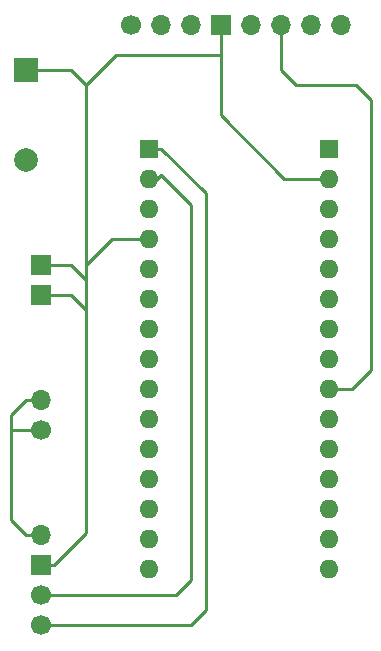
<source format=gbr>
G04 #@! TF.GenerationSoftware,KiCad,Pcbnew,(5.1.4)-1*
G04 #@! TF.CreationDate,2020-10-06T21:16:52-04:00*
G04 #@! TF.ProjectId,LapTimerBoard,4c617054-696d-4657-9242-6f6172642e6b,rev?*
G04 #@! TF.SameCoordinates,Original*
G04 #@! TF.FileFunction,Copper,L1,Top*
G04 #@! TF.FilePolarity,Positive*
%FSLAX46Y46*%
G04 Gerber Fmt 4.6, Leading zero omitted, Abs format (unit mm)*
G04 Created by KiCad (PCBNEW (5.1.4)-1) date 2020-10-06 21:16:52*
%MOMM*%
%LPD*%
G04 APERTURE LIST*
%ADD10R,1.700000X1.700000*%
%ADD11O,1.600000X1.600000*%
%ADD12R,1.600000X1.600000*%
%ADD13O,1.700000X1.700000*%
%ADD14C,1.700000*%
%ADD15C,2.000000*%
%ADD16R,2.000000X2.000000*%
%ADD17C,0.250000*%
G04 APERTURE END LIST*
D10*
X110490000Y-107950000D03*
X110490000Y-110490000D03*
D11*
X134905001Y-133625001D03*
X119665001Y-133625001D03*
D12*
X134905001Y-98065001D03*
D11*
X119665001Y-131085001D03*
X134905001Y-100605001D03*
X119665001Y-128545001D03*
X134905001Y-103145001D03*
X119665001Y-126005001D03*
X134905001Y-105685001D03*
X119665001Y-123465001D03*
X134905001Y-108225001D03*
X119665001Y-120925001D03*
X134905001Y-110765001D03*
X119665001Y-118385001D03*
X134905001Y-113305001D03*
X119665001Y-115845001D03*
X134905001Y-115845001D03*
X119665001Y-113305001D03*
X134905001Y-118385001D03*
X119665001Y-110765001D03*
X134905001Y-120925001D03*
X119665001Y-108225001D03*
X134905001Y-123465001D03*
X119665001Y-105685001D03*
X134905001Y-126005001D03*
X119665001Y-103145001D03*
X134905001Y-128545001D03*
X119665001Y-100605001D03*
X134905001Y-131085001D03*
D12*
X119665001Y-98065001D03*
D13*
X135890000Y-87630000D03*
X133350000Y-87630000D03*
X130810000Y-87630000D03*
X128270000Y-87630000D03*
D10*
X125730000Y-87630000D03*
D13*
X123190000Y-87630000D03*
X120650000Y-87630000D03*
D14*
X118110000Y-87630000D03*
D13*
X110490000Y-119380000D03*
D14*
X110490000Y-121920000D03*
D13*
X110490000Y-130810000D03*
D10*
X110490000Y-133350000D03*
D14*
X110490000Y-135890000D03*
X110490000Y-138430000D03*
D15*
X109220000Y-99040000D03*
D16*
X109220000Y-91440000D03*
D17*
X109220000Y-119380000D02*
X110490000Y-119380000D01*
X107950000Y-120650000D02*
X109220000Y-119380000D01*
X110490000Y-130810000D02*
X109220000Y-130810000D01*
X109220000Y-130810000D02*
X107950000Y-129540000D01*
X110490000Y-121920000D02*
X107950000Y-121920000D01*
X107950000Y-129540000D02*
X107950000Y-121920000D01*
X107950000Y-121920000D02*
X107950000Y-120650000D01*
X134905001Y-100605001D02*
X131085001Y-100605001D01*
X125730000Y-95250000D02*
X125730000Y-87630000D01*
X131085001Y-100605001D02*
X125730000Y-95250000D01*
X111590000Y-133350000D02*
X114300000Y-130640000D01*
X110490000Y-133350000D02*
X111590000Y-133350000D01*
X114300000Y-130640000D02*
X114300000Y-111760000D01*
X113030000Y-110490000D02*
X110490000Y-110490000D01*
X114300000Y-111760000D02*
X113030000Y-110490000D01*
X114300000Y-111760000D02*
X114300000Y-109220000D01*
X114300000Y-109220000D02*
X113030000Y-107950000D01*
X113030000Y-107950000D02*
X110490000Y-107950000D01*
X114300000Y-92710000D02*
X113030000Y-91440000D01*
X113030000Y-91440000D02*
X109220000Y-91440000D01*
X114300000Y-92710000D02*
X116840000Y-90170000D01*
X116840000Y-90170000D02*
X125730000Y-90170000D01*
X119665001Y-105685001D02*
X116564999Y-105685001D01*
X116564999Y-105685001D02*
X114300000Y-107950000D01*
X114300000Y-109220000D02*
X114300000Y-107950000D01*
X114300000Y-107950000D02*
X114300000Y-92710000D01*
X130810000Y-91440000D02*
X130810000Y-87630000D01*
X134905001Y-118385001D02*
X136884999Y-118385001D01*
X136884999Y-118385001D02*
X138430000Y-116840000D01*
X138430000Y-116840000D02*
X138430000Y-93980000D01*
X138430000Y-93980000D02*
X137160000Y-92710000D01*
X137160000Y-92710000D02*
X132080000Y-92710000D01*
X132080000Y-92710000D02*
X130810000Y-91440000D01*
X120374999Y-100605001D02*
X119665001Y-100605001D01*
X120650000Y-100330000D02*
X120374999Y-100605001D01*
X123190000Y-102870000D02*
X120650000Y-100330000D01*
X123190000Y-134620000D02*
X123190000Y-102870000D01*
X110490000Y-135890000D02*
X121920000Y-135890000D01*
X121920000Y-135890000D02*
X123190000Y-134620000D01*
X120715001Y-98065001D02*
X119665001Y-98065001D01*
X124460000Y-101810000D02*
X120715001Y-98065001D01*
X124460000Y-137160000D02*
X124460000Y-101810000D01*
X123190000Y-138430000D02*
X124460000Y-137160000D01*
X110490000Y-138430000D02*
X123190000Y-138430000D01*
M02*

</source>
